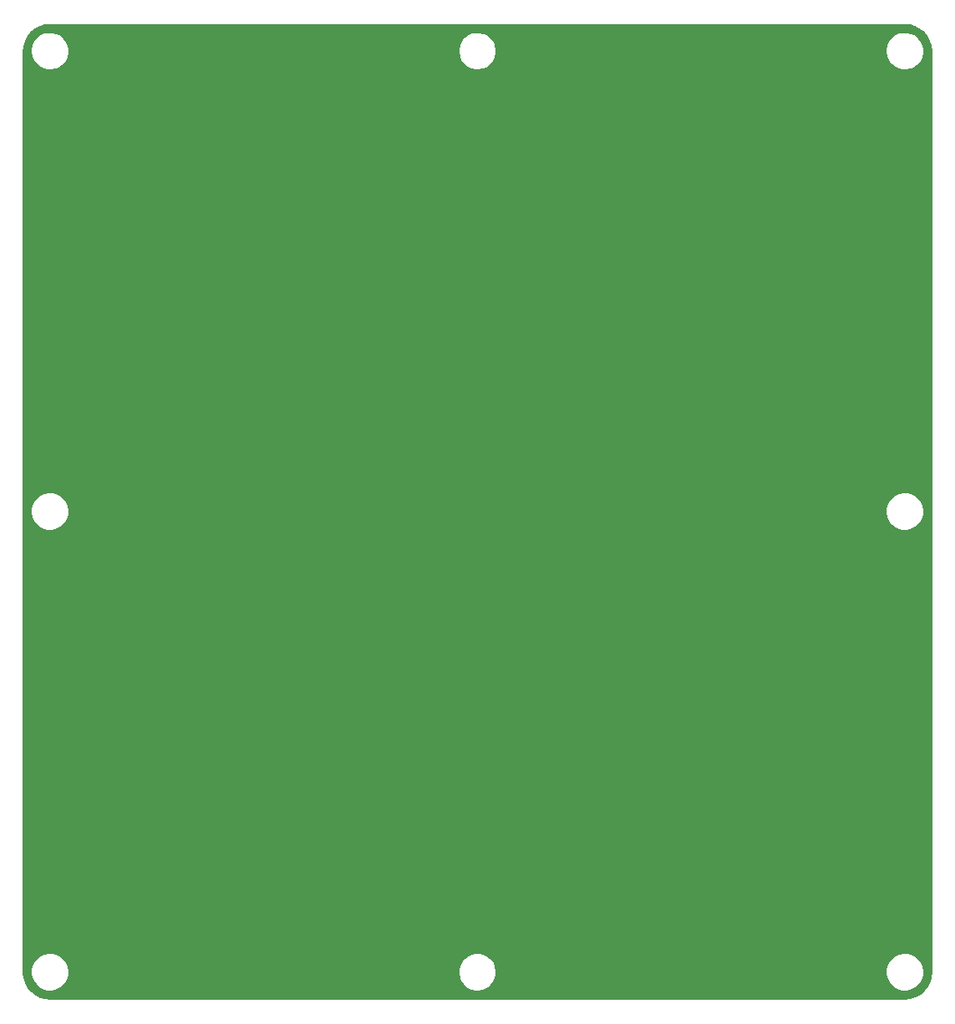
<source format=gbr>
G04 #@! TF.FileFunction,Copper,L1,Top,Signal*
%FSLAX46Y46*%
G04 Gerber Fmt 4.6, Leading zero omitted, Abs format (unit mm)*
G04 Created by KiCad (PCBNEW 4.0.7) date Friday, July 13, 2018 'AMt' 10:56:13 AM*
%MOMM*%
%LPD*%
G01*
G04 APERTURE LIST*
%ADD10C,0.100000*%
%ADD11C,0.500000*%
G04 APERTURE END LIST*
D10*
D11*
G36*
X143879741Y-50806640D02*
X144350824Y-50948869D01*
X144785309Y-51179888D01*
X145166651Y-51490904D01*
X145480318Y-51870062D01*
X145714367Y-52302927D01*
X145859881Y-52773006D01*
X145915000Y-53297430D01*
X145915000Y-146683071D01*
X145863360Y-147209741D01*
X145721132Y-147680820D01*
X145490111Y-148115309D01*
X145179098Y-148496649D01*
X144799940Y-148810317D01*
X144367073Y-149044367D01*
X143896994Y-149189881D01*
X143372570Y-149245000D01*
X56646929Y-149245000D01*
X56120259Y-149193360D01*
X55649180Y-149051132D01*
X55214691Y-148820111D01*
X54833351Y-148509098D01*
X54519683Y-148129940D01*
X54285633Y-147697073D01*
X54140119Y-147226994D01*
X54105391Y-146896574D01*
X54507240Y-146896574D01*
X54581583Y-147301639D01*
X54733188Y-147684550D01*
X54956281Y-148030722D01*
X55242363Y-148326968D01*
X55580538Y-148562006D01*
X55957924Y-148726882D01*
X56360149Y-148815317D01*
X56771890Y-148823942D01*
X57177464Y-148752428D01*
X57561424Y-148603500D01*
X57909145Y-148382830D01*
X58207381Y-148098823D01*
X58444774Y-147762297D01*
X58612281Y-147386070D01*
X58703522Y-146984473D01*
X58704749Y-146896574D01*
X97897240Y-146896574D01*
X97971583Y-147301639D01*
X98123188Y-147684550D01*
X98346281Y-148030722D01*
X98632363Y-148326968D01*
X98970538Y-148562006D01*
X99347924Y-148726882D01*
X99750149Y-148815317D01*
X100161890Y-148823942D01*
X100567464Y-148752428D01*
X100951424Y-148603500D01*
X101299145Y-148382830D01*
X101597381Y-148098823D01*
X101834774Y-147762297D01*
X102002281Y-147386070D01*
X102093522Y-146984473D01*
X102094749Y-146896574D01*
X141287240Y-146896574D01*
X141361583Y-147301639D01*
X141513188Y-147684550D01*
X141736281Y-148030722D01*
X142022363Y-148326968D01*
X142360538Y-148562006D01*
X142737924Y-148726882D01*
X143140149Y-148815317D01*
X143551890Y-148823942D01*
X143957464Y-148752428D01*
X144341424Y-148603500D01*
X144689145Y-148382830D01*
X144987381Y-148098823D01*
X145224774Y-147762297D01*
X145392281Y-147386070D01*
X145483522Y-146984473D01*
X145490090Y-146514084D01*
X145410098Y-146110096D01*
X145253162Y-145729339D01*
X145025258Y-145386316D01*
X144735067Y-145094093D01*
X144393644Y-144863800D01*
X144013992Y-144704209D01*
X143610572Y-144621399D01*
X143198751Y-144618524D01*
X142794214Y-144695693D01*
X142412371Y-144849968D01*
X142067765Y-145075471D01*
X141773523Y-145363615D01*
X141540852Y-145703422D01*
X141378614Y-146081951D01*
X141292990Y-146484783D01*
X141287240Y-146896574D01*
X102094749Y-146896574D01*
X102100090Y-146514084D01*
X102020098Y-146110096D01*
X101863162Y-145729339D01*
X101635258Y-145386316D01*
X101345067Y-145094093D01*
X101003644Y-144863800D01*
X100623992Y-144704209D01*
X100220572Y-144621399D01*
X99808751Y-144618524D01*
X99404214Y-144695693D01*
X99022371Y-144849968D01*
X98677765Y-145075471D01*
X98383523Y-145363615D01*
X98150852Y-145703422D01*
X97988614Y-146081951D01*
X97902990Y-146484783D01*
X97897240Y-146896574D01*
X58704749Y-146896574D01*
X58710090Y-146514084D01*
X58630098Y-146110096D01*
X58473162Y-145729339D01*
X58245258Y-145386316D01*
X57955067Y-145094093D01*
X57613644Y-144863800D01*
X57233992Y-144704209D01*
X56830572Y-144621399D01*
X56418751Y-144618524D01*
X56014214Y-144695693D01*
X55632371Y-144849968D01*
X55287765Y-145075471D01*
X54993523Y-145363615D01*
X54760852Y-145703422D01*
X54598614Y-146081951D01*
X54512990Y-146484783D01*
X54507240Y-146896574D01*
X54105391Y-146896574D01*
X54085000Y-146702570D01*
X54085000Y-100176574D01*
X54507240Y-100176574D01*
X54581583Y-100581639D01*
X54733188Y-100964550D01*
X54956281Y-101310722D01*
X55242363Y-101606968D01*
X55580538Y-101842006D01*
X55957924Y-102006882D01*
X56360149Y-102095317D01*
X56771890Y-102103942D01*
X57177464Y-102032428D01*
X57561424Y-101883500D01*
X57909145Y-101662830D01*
X58207381Y-101378823D01*
X58444774Y-101042297D01*
X58612281Y-100666070D01*
X58703522Y-100264473D01*
X58704749Y-100176574D01*
X141287240Y-100176574D01*
X141361583Y-100581639D01*
X141513188Y-100964550D01*
X141736281Y-101310722D01*
X142022363Y-101606968D01*
X142360538Y-101842006D01*
X142737924Y-102006882D01*
X143140149Y-102095317D01*
X143551890Y-102103942D01*
X143957464Y-102032428D01*
X144341424Y-101883500D01*
X144689145Y-101662830D01*
X144987381Y-101378823D01*
X145224774Y-101042297D01*
X145392281Y-100666070D01*
X145483522Y-100264473D01*
X145490090Y-99794084D01*
X145410098Y-99390096D01*
X145253162Y-99009339D01*
X145025258Y-98666316D01*
X144735067Y-98374093D01*
X144393644Y-98143800D01*
X144013992Y-97984209D01*
X143610572Y-97901399D01*
X143198751Y-97898524D01*
X142794214Y-97975693D01*
X142412371Y-98129968D01*
X142067765Y-98355471D01*
X141773523Y-98643615D01*
X141540852Y-98983422D01*
X141378614Y-99361951D01*
X141292990Y-99764783D01*
X141287240Y-100176574D01*
X58704749Y-100176574D01*
X58710090Y-99794084D01*
X58630098Y-99390096D01*
X58473162Y-99009339D01*
X58245258Y-98666316D01*
X57955067Y-98374093D01*
X57613644Y-98143800D01*
X57233992Y-97984209D01*
X56830572Y-97901399D01*
X56418751Y-97898524D01*
X56014214Y-97975693D01*
X55632371Y-98129968D01*
X55287765Y-98355471D01*
X54993523Y-98643615D01*
X54760852Y-98983422D01*
X54598614Y-99361951D01*
X54512990Y-99764783D01*
X54507240Y-100176574D01*
X54085000Y-100176574D01*
X54085000Y-53456574D01*
X54507240Y-53456574D01*
X54581583Y-53861639D01*
X54733188Y-54244550D01*
X54956281Y-54590722D01*
X55242363Y-54886968D01*
X55580538Y-55122006D01*
X55957924Y-55286882D01*
X56360149Y-55375317D01*
X56771890Y-55383942D01*
X57177464Y-55312428D01*
X57561424Y-55163500D01*
X57909145Y-54942830D01*
X58207381Y-54658823D01*
X58444774Y-54322297D01*
X58612281Y-53946070D01*
X58703522Y-53544473D01*
X58704749Y-53456574D01*
X97897240Y-53456574D01*
X97971583Y-53861639D01*
X98123188Y-54244550D01*
X98346281Y-54590722D01*
X98632363Y-54886968D01*
X98970538Y-55122006D01*
X99347924Y-55286882D01*
X99750149Y-55375317D01*
X100161890Y-55383942D01*
X100567464Y-55312428D01*
X100951424Y-55163500D01*
X101299145Y-54942830D01*
X101597381Y-54658823D01*
X101834774Y-54322297D01*
X102002281Y-53946070D01*
X102093522Y-53544473D01*
X102094749Y-53456574D01*
X141287240Y-53456574D01*
X141361583Y-53861639D01*
X141513188Y-54244550D01*
X141736281Y-54590722D01*
X142022363Y-54886968D01*
X142360538Y-55122006D01*
X142737924Y-55286882D01*
X143140149Y-55375317D01*
X143551890Y-55383942D01*
X143957464Y-55312428D01*
X144341424Y-55163500D01*
X144689145Y-54942830D01*
X144987381Y-54658823D01*
X145224774Y-54322297D01*
X145392281Y-53946070D01*
X145483522Y-53544473D01*
X145490090Y-53074084D01*
X145410098Y-52670096D01*
X145253162Y-52289339D01*
X145025258Y-51946316D01*
X144735067Y-51654093D01*
X144393644Y-51423800D01*
X144013992Y-51264209D01*
X143610572Y-51181399D01*
X143198751Y-51178524D01*
X142794214Y-51255693D01*
X142412371Y-51409968D01*
X142067765Y-51635471D01*
X141773523Y-51923615D01*
X141540852Y-52263422D01*
X141378614Y-52641951D01*
X141292990Y-53044783D01*
X141287240Y-53456574D01*
X102094749Y-53456574D01*
X102100090Y-53074084D01*
X102020098Y-52670096D01*
X101863162Y-52289339D01*
X101635258Y-51946316D01*
X101345067Y-51654093D01*
X101003644Y-51423800D01*
X100623992Y-51264209D01*
X100220572Y-51181399D01*
X99808751Y-51178524D01*
X99404214Y-51255693D01*
X99022371Y-51409968D01*
X98677765Y-51635471D01*
X98383523Y-51923615D01*
X98150852Y-52263422D01*
X97988614Y-52641951D01*
X97902990Y-53044783D01*
X97897240Y-53456574D01*
X58704749Y-53456574D01*
X58710090Y-53074084D01*
X58630098Y-52670096D01*
X58473162Y-52289339D01*
X58245258Y-51946316D01*
X57955067Y-51654093D01*
X57613644Y-51423800D01*
X57233992Y-51264209D01*
X56830572Y-51181399D01*
X56418751Y-51178524D01*
X56014214Y-51255693D01*
X55632371Y-51409968D01*
X55287765Y-51635471D01*
X54993523Y-51923615D01*
X54760852Y-52263422D01*
X54598614Y-52641951D01*
X54512990Y-53044783D01*
X54507240Y-53456574D01*
X54085000Y-53456574D01*
X54085000Y-53316929D01*
X54136640Y-52790259D01*
X54278869Y-52319176D01*
X54509888Y-51884691D01*
X54820904Y-51503349D01*
X55200062Y-51189682D01*
X55632927Y-50955633D01*
X56103006Y-50810119D01*
X56627430Y-50755000D01*
X143353071Y-50755000D01*
X143879741Y-50806640D01*
X143879741Y-50806640D01*
G37*
X143879741Y-50806640D02*
X144350824Y-50948869D01*
X144785309Y-51179888D01*
X145166651Y-51490904D01*
X145480318Y-51870062D01*
X145714367Y-52302927D01*
X145859881Y-52773006D01*
X145915000Y-53297430D01*
X145915000Y-146683071D01*
X145863360Y-147209741D01*
X145721132Y-147680820D01*
X145490111Y-148115309D01*
X145179098Y-148496649D01*
X144799940Y-148810317D01*
X144367073Y-149044367D01*
X143896994Y-149189881D01*
X143372570Y-149245000D01*
X56646929Y-149245000D01*
X56120259Y-149193360D01*
X55649180Y-149051132D01*
X55214691Y-148820111D01*
X54833351Y-148509098D01*
X54519683Y-148129940D01*
X54285633Y-147697073D01*
X54140119Y-147226994D01*
X54105391Y-146896574D01*
X54507240Y-146896574D01*
X54581583Y-147301639D01*
X54733188Y-147684550D01*
X54956281Y-148030722D01*
X55242363Y-148326968D01*
X55580538Y-148562006D01*
X55957924Y-148726882D01*
X56360149Y-148815317D01*
X56771890Y-148823942D01*
X57177464Y-148752428D01*
X57561424Y-148603500D01*
X57909145Y-148382830D01*
X58207381Y-148098823D01*
X58444774Y-147762297D01*
X58612281Y-147386070D01*
X58703522Y-146984473D01*
X58704749Y-146896574D01*
X97897240Y-146896574D01*
X97971583Y-147301639D01*
X98123188Y-147684550D01*
X98346281Y-148030722D01*
X98632363Y-148326968D01*
X98970538Y-148562006D01*
X99347924Y-148726882D01*
X99750149Y-148815317D01*
X100161890Y-148823942D01*
X100567464Y-148752428D01*
X100951424Y-148603500D01*
X101299145Y-148382830D01*
X101597381Y-148098823D01*
X101834774Y-147762297D01*
X102002281Y-147386070D01*
X102093522Y-146984473D01*
X102094749Y-146896574D01*
X141287240Y-146896574D01*
X141361583Y-147301639D01*
X141513188Y-147684550D01*
X141736281Y-148030722D01*
X142022363Y-148326968D01*
X142360538Y-148562006D01*
X142737924Y-148726882D01*
X143140149Y-148815317D01*
X143551890Y-148823942D01*
X143957464Y-148752428D01*
X144341424Y-148603500D01*
X144689145Y-148382830D01*
X144987381Y-148098823D01*
X145224774Y-147762297D01*
X145392281Y-147386070D01*
X145483522Y-146984473D01*
X145490090Y-146514084D01*
X145410098Y-146110096D01*
X145253162Y-145729339D01*
X145025258Y-145386316D01*
X144735067Y-145094093D01*
X144393644Y-144863800D01*
X144013992Y-144704209D01*
X143610572Y-144621399D01*
X143198751Y-144618524D01*
X142794214Y-144695693D01*
X142412371Y-144849968D01*
X142067765Y-145075471D01*
X141773523Y-145363615D01*
X141540852Y-145703422D01*
X141378614Y-146081951D01*
X141292990Y-146484783D01*
X141287240Y-146896574D01*
X102094749Y-146896574D01*
X102100090Y-146514084D01*
X102020098Y-146110096D01*
X101863162Y-145729339D01*
X101635258Y-145386316D01*
X101345067Y-145094093D01*
X101003644Y-144863800D01*
X100623992Y-144704209D01*
X100220572Y-144621399D01*
X99808751Y-144618524D01*
X99404214Y-144695693D01*
X99022371Y-144849968D01*
X98677765Y-145075471D01*
X98383523Y-145363615D01*
X98150852Y-145703422D01*
X97988614Y-146081951D01*
X97902990Y-146484783D01*
X97897240Y-146896574D01*
X58704749Y-146896574D01*
X58710090Y-146514084D01*
X58630098Y-146110096D01*
X58473162Y-145729339D01*
X58245258Y-145386316D01*
X57955067Y-145094093D01*
X57613644Y-144863800D01*
X57233992Y-144704209D01*
X56830572Y-144621399D01*
X56418751Y-144618524D01*
X56014214Y-144695693D01*
X55632371Y-144849968D01*
X55287765Y-145075471D01*
X54993523Y-145363615D01*
X54760852Y-145703422D01*
X54598614Y-146081951D01*
X54512990Y-146484783D01*
X54507240Y-146896574D01*
X54105391Y-146896574D01*
X54085000Y-146702570D01*
X54085000Y-100176574D01*
X54507240Y-100176574D01*
X54581583Y-100581639D01*
X54733188Y-100964550D01*
X54956281Y-101310722D01*
X55242363Y-101606968D01*
X55580538Y-101842006D01*
X55957924Y-102006882D01*
X56360149Y-102095317D01*
X56771890Y-102103942D01*
X57177464Y-102032428D01*
X57561424Y-101883500D01*
X57909145Y-101662830D01*
X58207381Y-101378823D01*
X58444774Y-101042297D01*
X58612281Y-100666070D01*
X58703522Y-100264473D01*
X58704749Y-100176574D01*
X141287240Y-100176574D01*
X141361583Y-100581639D01*
X141513188Y-100964550D01*
X141736281Y-101310722D01*
X142022363Y-101606968D01*
X142360538Y-101842006D01*
X142737924Y-102006882D01*
X143140149Y-102095317D01*
X143551890Y-102103942D01*
X143957464Y-102032428D01*
X144341424Y-101883500D01*
X144689145Y-101662830D01*
X144987381Y-101378823D01*
X145224774Y-101042297D01*
X145392281Y-100666070D01*
X145483522Y-100264473D01*
X145490090Y-99794084D01*
X145410098Y-99390096D01*
X145253162Y-99009339D01*
X145025258Y-98666316D01*
X144735067Y-98374093D01*
X144393644Y-98143800D01*
X144013992Y-97984209D01*
X143610572Y-97901399D01*
X143198751Y-97898524D01*
X142794214Y-97975693D01*
X142412371Y-98129968D01*
X142067765Y-98355471D01*
X141773523Y-98643615D01*
X141540852Y-98983422D01*
X141378614Y-99361951D01*
X141292990Y-99764783D01*
X141287240Y-100176574D01*
X58704749Y-100176574D01*
X58710090Y-99794084D01*
X58630098Y-99390096D01*
X58473162Y-99009339D01*
X58245258Y-98666316D01*
X57955067Y-98374093D01*
X57613644Y-98143800D01*
X57233992Y-97984209D01*
X56830572Y-97901399D01*
X56418751Y-97898524D01*
X56014214Y-97975693D01*
X55632371Y-98129968D01*
X55287765Y-98355471D01*
X54993523Y-98643615D01*
X54760852Y-98983422D01*
X54598614Y-99361951D01*
X54512990Y-99764783D01*
X54507240Y-100176574D01*
X54085000Y-100176574D01*
X54085000Y-53456574D01*
X54507240Y-53456574D01*
X54581583Y-53861639D01*
X54733188Y-54244550D01*
X54956281Y-54590722D01*
X55242363Y-54886968D01*
X55580538Y-55122006D01*
X55957924Y-55286882D01*
X56360149Y-55375317D01*
X56771890Y-55383942D01*
X57177464Y-55312428D01*
X57561424Y-55163500D01*
X57909145Y-54942830D01*
X58207381Y-54658823D01*
X58444774Y-54322297D01*
X58612281Y-53946070D01*
X58703522Y-53544473D01*
X58704749Y-53456574D01*
X97897240Y-53456574D01*
X97971583Y-53861639D01*
X98123188Y-54244550D01*
X98346281Y-54590722D01*
X98632363Y-54886968D01*
X98970538Y-55122006D01*
X99347924Y-55286882D01*
X99750149Y-55375317D01*
X100161890Y-55383942D01*
X100567464Y-55312428D01*
X100951424Y-55163500D01*
X101299145Y-54942830D01*
X101597381Y-54658823D01*
X101834774Y-54322297D01*
X102002281Y-53946070D01*
X102093522Y-53544473D01*
X102094749Y-53456574D01*
X141287240Y-53456574D01*
X141361583Y-53861639D01*
X141513188Y-54244550D01*
X141736281Y-54590722D01*
X142022363Y-54886968D01*
X142360538Y-55122006D01*
X142737924Y-55286882D01*
X143140149Y-55375317D01*
X143551890Y-55383942D01*
X143957464Y-55312428D01*
X144341424Y-55163500D01*
X144689145Y-54942830D01*
X144987381Y-54658823D01*
X145224774Y-54322297D01*
X145392281Y-53946070D01*
X145483522Y-53544473D01*
X145490090Y-53074084D01*
X145410098Y-52670096D01*
X145253162Y-52289339D01*
X145025258Y-51946316D01*
X144735067Y-51654093D01*
X144393644Y-51423800D01*
X144013992Y-51264209D01*
X143610572Y-51181399D01*
X143198751Y-51178524D01*
X142794214Y-51255693D01*
X142412371Y-51409968D01*
X142067765Y-51635471D01*
X141773523Y-51923615D01*
X141540852Y-52263422D01*
X141378614Y-52641951D01*
X141292990Y-53044783D01*
X141287240Y-53456574D01*
X102094749Y-53456574D01*
X102100090Y-53074084D01*
X102020098Y-52670096D01*
X101863162Y-52289339D01*
X101635258Y-51946316D01*
X101345067Y-51654093D01*
X101003644Y-51423800D01*
X100623992Y-51264209D01*
X100220572Y-51181399D01*
X99808751Y-51178524D01*
X99404214Y-51255693D01*
X99022371Y-51409968D01*
X98677765Y-51635471D01*
X98383523Y-51923615D01*
X98150852Y-52263422D01*
X97988614Y-52641951D01*
X97902990Y-53044783D01*
X97897240Y-53456574D01*
X58704749Y-53456574D01*
X58710090Y-53074084D01*
X58630098Y-52670096D01*
X58473162Y-52289339D01*
X58245258Y-51946316D01*
X57955067Y-51654093D01*
X57613644Y-51423800D01*
X57233992Y-51264209D01*
X56830572Y-51181399D01*
X56418751Y-51178524D01*
X56014214Y-51255693D01*
X55632371Y-51409968D01*
X55287765Y-51635471D01*
X54993523Y-51923615D01*
X54760852Y-52263422D01*
X54598614Y-52641951D01*
X54512990Y-53044783D01*
X54507240Y-53456574D01*
X54085000Y-53456574D01*
X54085000Y-53316929D01*
X54136640Y-52790259D01*
X54278869Y-52319176D01*
X54509888Y-51884691D01*
X54820904Y-51503349D01*
X55200062Y-51189682D01*
X55632927Y-50955633D01*
X56103006Y-50810119D01*
X56627430Y-50755000D01*
X143353071Y-50755000D01*
X143879741Y-50806640D01*
M02*

</source>
